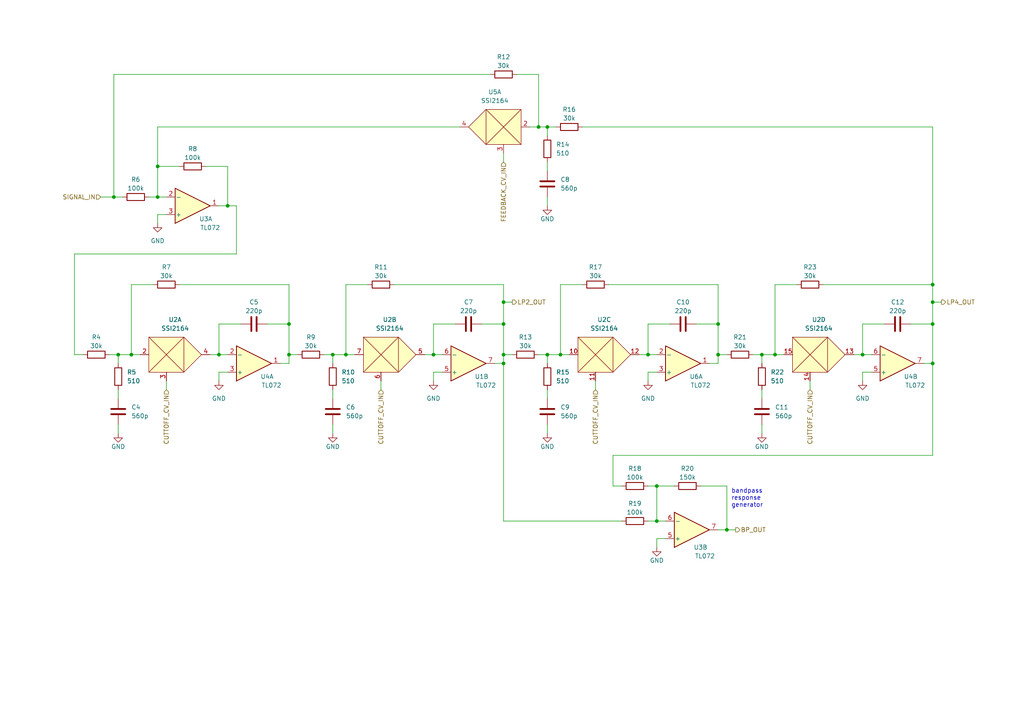
<source format=kicad_sch>
(kicad_sch (version 20211123) (generator eeschema)
  (paper "A4")
  (title_block (title "A.P. Joystick VCF pedal") (date "2022-08-01") (rev "0") (comment 2 "creativecommons.org/licenses/by/4.0") (comment 3 "License: CC by 4.0") (comment 4 "Author: Jordan Aceto"))
  (lib_symbols
    (symbol "Amplifier_Operational:TL072" (pin_names (offset 0.127))
      (property "Reference" "U" (at 0 5.08 0))
      (property "Value" "TL072" (at 0 -5.08 0))
      (symbol "TL072_1_1"
        (polyline (pts (xy -5.08 5.08) (xy 5.08 0) (xy -5.08 -5.08) (xy -5.08 5.08)) (stroke (width 0.254)) (fill (type background)))
        (pin output line (at 7.62 0 180) (length 2.54) (name "~") (number "1"))
        (pin input line (at -7.62 -2.54 0) (length 2.54) (name "-") (number "2"))
        (pin input line (at -7.62 2.54 0) (length 2.54) (name "+") (number "3"))
      )
      (symbol "TL072_2_1"
        (polyline (pts (xy -5.08 5.08) (xy 5.08 0) (xy -5.08 -5.08) (xy -5.08 5.08)) (stroke (width 0.254)) (fill (type background)))
        (pin input line (at -7.62 2.54 0) (length 2.54) (name "+") (number "5"))
        (pin input line (at -7.62 -2.54 0) (length 2.54) (name "-") (number "6"))
        (pin output line (at 7.62 0 180) (length 2.54) (name "~") (number "7"))
      )
      (symbol "TL072_3_1"
        (pin power_in line (at -2.54 -7.62 90) (length 3.81) (name "V-") (number "4"))
        (pin power_in line (at -2.54 7.62 270) (length 3.81) (name "V+") (number "8"))
      )
    )
    (symbol "Device:C" (pin_numbers hide) (pin_names (offset 0.254))
      (property "Reference" "C" (at 0.635 2.54 0))
      (property "Value" "C" (at 0.635 -2.54 0))
      (symbol "C_0_1"
        (polyline (pts (xy -2.032 -0.762) (xy 2.032 -0.762)) (stroke (width 0.508)))
        (polyline (pts (xy -2.032 0.762) (xy 2.032 0.762)) (stroke (width 0.508)))
      )
      (symbol "C_1_1"
        (pin passive line (at 0 3.81 270) (length 2.794) (name "~") (number "1"))
        (pin passive line (at 0 -3.81 90) (length 2.794) (name "~") (number "2"))
      )
    )
    (symbol "Device:R" (pin_numbers hide) (pin_names (offset 0))
      (property "Reference" "R" (at 2.032 0 90))
      (property "Value" "R" (at 0 0 90))
      (symbol "R_0_1"
        (rectangle (start -1.016 -2.54) (end 1.016 2.54) (stroke (width 0.254)))
      )
      (symbol "R_1_1"
        (pin passive line (at 0 3.81 270) (length 1.27) (name "~") (number "1"))
        (pin passive line (at 0 -3.81 90) (length 1.27) (name "~") (number "2"))
      )
    )
    (symbol "custom_symbols:SSI2164" (pin_names (offset 1.016))
      (property "Reference" "U" (at 0 -12.7 0))
      (property "Value" "SSI2164" (at 0 7.62 0))
      (symbol "SSI2164_1_1"
        (rectangle (start -5.08 5.08) (end 5.08 -5.08) (fill (type background)))
        (polyline (pts (xy 5.08 5.08) (xy -5.08 -5.08)))
        (polyline (pts (xy 5.08 5.08) (xy 10.16 0) (xy 5.08 -5.08) (xy -5.08 5.08)) (fill (type background)))
        (pin input line (at -7.62 0 0) (length 2.54) (name "~") (number "2"))
        (pin input line (at 0 -7.62 90) (length 2.54) (name "~") (number "3"))
        (pin output line (at 12.7 0 180) (length 2.54) (name "~") (number "4"))
      )
      (symbol "SSI2164_2_1"
        (rectangle (start -5.08 5.08) (end 5.08 -5.08) (fill (type background)))
        (polyline (pts (xy 5.08 5.08) (xy -5.08 -5.08)))
        (polyline (pts (xy 5.08 5.08) (xy 10.16 0) (xy 5.08 -5.08) (xy -5.08 5.08)) (fill (type background)))
        (pin output line (at 12.7 0 180) (length 2.54) (name "~") (number "5"))
        (pin input line (at 0 -7.62 90) (length 2.54) (name "~") (number "6"))
        (pin input line (at -7.62 0 0) (length 2.54) (name "~") (number "7"))
      )
      (symbol "SSI2164_3_1"
        (rectangle (start -5.08 5.08) (end 5.08 -5.08) (fill (type background)))
        (polyline (pts (xy 5.08 5.08) (xy -5.08 -5.08)))
        (polyline (pts (xy 5.08 5.08) (xy 10.16 0) (xy 5.08 -5.08) (xy -5.08 5.08)) (fill (type background)))
        (pin input line (at -7.62 0 0) (length 2.54) (name "~") (number "10"))
        (pin input line (at 0 -7.62 90) (length 2.54) (name "~") (number "11"))
        (pin output line (at 12.7 0 180) (length 2.54) (name "~") (number "12"))
      )
      (symbol "SSI2164_4_1"
        (rectangle (start -5.08 5.08) (end 5.08 -5.08) (fill (type background)))
        (polyline (pts (xy 5.08 5.08) (xy -5.08 -5.08)))
        (polyline (pts (xy 5.08 5.08) (xy 10.16 0) (xy 5.08 -5.08) (xy -5.08 5.08)) (fill (type background)))
        (pin output line (at 12.7 0 180) (length 2.54) (name "~") (number "13"))
        (pin input line (at 0 -7.62 90) (length 2.54) (name "~") (number "14"))
        (pin input line (at -7.62 0 0) (length 2.54) (name "~") (number "15"))
      )
      (symbol "SSI2164_5_1"
        (pin input line (at 2.54 -10.16 180) (length 2.54) (name "mode") (number "1"))
        (pin power_in line (at 2.54 5.08 180) (length 2.54) (name "V+") (number "16"))
        (pin power_in line (at 2.54 0 180) (length 2.54) (name "gnd") (number "8"))
        (pin power_in line (at 2.54 -5.08 180) (length 2.54) (name "V-") (number "9"))
      )
    )
    (symbol "power:GND" (power) (pin_names (offset 0))
      (property "Value" "GND" (at 0 -3.81 0))
      (symbol "GND_0_1"
        (polyline (pts (xy 0 0) (xy 0 -1.27) (xy 1.27 -1.27) (xy 0 -2.54) (xy -1.27 -1.27) (xy 0 -1.27)))
      )
      (symbol "GND_1_1"
        (pin power_in line (at 0 0 270) (length 0) hide (name "GND") (number "1"))
      )
    )
  )
  (junction (at 66.04 59.69))
  (junction (at 45.72 57.15))
  (junction (at 210.82 153.67))
  (junction (at 146.05 87.63))
  (junction (at 270.51 87.63))
  (junction (at 156.21 36.83))
  (junction (at 34.29 102.87))
  (junction (at 224.79 102.87))
  (junction (at 158.75 102.87))
  (junction (at 100.33 102.87))
  (junction (at 270.51 105.41))
  (junction (at 208.28 93.98))
  (junction (at 83.82 93.98))
  (junction (at 270.51 82.55))
  (junction (at 45.72 48.26))
  (junction (at 146.05 102.87))
  (junction (at 158.75 36.83))
  (junction (at 187.96 102.87))
  (junction (at 190.5 151.13))
  (junction (at 250.19 102.87))
  (junction (at 33.02 57.15))
  (junction (at 146.05 93.98))
  (junction (at 162.56 102.87))
  (junction (at 38.1 102.87))
  (junction (at 96.52 102.87))
  (junction (at 63.5 102.87))
  (junction (at 220.98 102.87))
  (junction (at 146.05 105.41))
  (junction (at 190.5 140.97))
  (junction (at 270.51 93.98))
  (junction (at 83.82 102.87))
  (junction (at 125.73 102.87))
  (junction (at 208.28 102.87))
  (wire (pts (xy 68.58 73.66) (xy 68.58 59.69)))
  (wire (pts (xy 220.98 123.19) (xy 220.98 125.73)))
  (wire (pts (xy 156.21 36.83) (xy 158.75 36.83)))
  (wire (pts (xy 21.59 73.66) (xy 68.58 73.66)))
  (wire (pts (xy 250.19 93.98) (xy 256.54 93.98)))
  (wire (pts (xy 96.52 113.03) (xy 96.52 115.57)))
  (wire (pts (xy 208.28 105.41) (xy 208.28 102.87)))
  (wire (pts (xy 83.82 102.87) (xy 86.36 102.87)))
  (wire (pts (xy 38.1 82.55) (xy 38.1 102.87)))
  (wire (pts (xy 208.28 102.87) (xy 208.28 93.98)))
  (wire (pts (xy 224.79 82.55) (xy 224.79 102.87)))
  (wire (pts (xy 77.47 93.98) (xy 83.82 93.98)))
  (wire (pts (xy 187.96 102.87) (xy 187.96 93.98)))
  (wire (pts (xy 153.67 36.83) (xy 156.21 36.83)))
  (wire (pts (xy 250.19 110.49) (xy 250.19 107.95)))
  (wire (pts (xy 162.56 82.55) (xy 168.91 82.55)))
  (wire (pts (xy 83.82 105.41) (xy 83.82 102.87)))
  (wire (pts (xy 45.72 64.77) (xy 45.72 62.23)))
  (wire (pts (xy 125.73 93.98) (xy 132.08 93.98)))
  (wire (pts (xy 187.96 107.95) (xy 190.5 107.95)))
  (wire (pts (xy 250.19 102.87) (xy 250.19 93.98)))
  (wire (pts (xy 33.02 21.59) (xy 142.24 21.59)))
  (wire (pts (xy 63.5 93.98) (xy 69.85 93.98)))
  (wire (pts (xy 158.75 102.87) (xy 162.56 102.87)))
  (wire (pts (xy 45.72 57.15) (xy 45.72 48.26)))
  (wire (pts (xy 220.98 102.87) (xy 224.79 102.87)))
  (wire (pts (xy 66.04 59.69) (xy 68.58 59.69)))
  (wire (pts (xy 83.82 93.98) (xy 83.82 82.55)))
  (wire (pts (xy 208.28 82.55) (xy 176.53 82.55)))
  (wire (pts (xy 210.82 153.67) (xy 213.36 153.67)))
  (wire (pts (xy 45.72 36.83) (xy 45.72 48.26)))
  (wire (pts (xy 29.21 57.15) (xy 33.02 57.15)))
  (wire (pts (xy 38.1 82.55) (xy 44.45 82.55)))
  (wire (pts (xy 158.75 36.83) (xy 161.29 36.83)))
  (wire (pts (xy 190.5 158.75) (xy 190.5 156.21)))
  (wire (pts (xy 270.51 132.08) (xy 270.51 105.41)))
  (wire (pts (xy 128.27 102.87) (xy 125.73 102.87)))
  (wire (pts (xy 34.29 102.87) (xy 38.1 102.87)))
  (wire (pts (xy 34.29 105.41) (xy 34.29 102.87)))
  (wire (pts (xy 250.19 107.95) (xy 252.73 107.95)))
  (wire (pts (xy 34.29 113.03) (xy 34.29 115.57)))
  (wire (pts (xy 123.19 102.87) (xy 125.73 102.87)))
  (wire (pts (xy 146.05 87.63) (xy 146.05 82.55)))
  (wire (pts (xy 158.75 46.99) (xy 158.75 49.53)))
  (wire (pts (xy 177.8 140.97) (xy 180.34 140.97)))
  (wire (pts (xy 45.72 57.15) (xy 48.26 57.15)))
  (wire (pts (xy 158.75 57.15) (xy 158.75 59.69)))
  (wire (pts (xy 38.1 102.87) (xy 40.64 102.87)))
  (wire (pts (xy 66.04 48.26) (xy 59.69 48.26)))
  (wire (pts (xy 66.04 59.69) (xy 66.04 48.26)))
  (wire (pts (xy 33.02 57.15) (xy 35.56 57.15)))
  (wire (pts (xy 66.04 102.87) (xy 63.5 102.87)))
  (wire (pts (xy 210.82 153.67) (xy 210.82 140.97)))
  (wire (pts (xy 146.05 102.87) (xy 148.59 102.87)))
  (wire (pts (xy 100.33 82.55) (xy 100.33 102.87)))
  (wire (pts (xy 33.02 57.15) (xy 33.02 21.59)))
  (wire (pts (xy 83.82 82.55) (xy 52.07 82.55)))
  (wire (pts (xy 96.52 123.19) (xy 96.52 125.73)))
  (wire (pts (xy 270.51 82.55) (xy 238.76 82.55)))
  (wire (pts (xy 208.28 93.98) (xy 208.28 82.55)))
  (wire (pts (xy 172.72 110.49) (xy 172.72 113.03)))
  (wire (pts (xy 60.96 102.87) (xy 63.5 102.87)))
  (wire (pts (xy 220.98 102.87) (xy 218.44 102.87)))
  (wire (pts (xy 96.52 102.87) (xy 100.33 102.87)))
  (wire (pts (xy 146.05 105.41) (xy 146.05 151.13)))
  (wire (pts (xy 125.73 110.49) (xy 125.73 107.95)))
  (wire (pts (xy 208.28 153.67) (xy 210.82 153.67)))
  (wire (pts (xy 187.96 140.97) (xy 190.5 140.97)))
  (wire (pts (xy 210.82 140.97) (xy 203.2 140.97)))
  (wire (pts (xy 34.29 102.87) (xy 31.75 102.87)))
  (wire (pts (xy 63.5 110.49) (xy 63.5 107.95)))
  (wire (pts (xy 264.16 93.98) (xy 270.51 93.98)))
  (wire (pts (xy 247.65 102.87) (xy 250.19 102.87)))
  (wire (pts (xy 24.13 102.87) (xy 21.59 102.87)))
  (wire (pts (xy 190.5 151.13) (xy 193.04 151.13)))
  (wire (pts (xy 146.05 93.98) (xy 146.05 87.63)))
  (wire (pts (xy 205.74 105.41) (xy 208.28 105.41)))
  (wire (pts (xy 156.21 21.59) (xy 149.86 21.59)))
  (wire (pts (xy 100.33 82.55) (xy 106.68 82.55)))
  (wire (pts (xy 139.7 93.98) (xy 146.05 93.98)))
  (wire (pts (xy 201.93 93.98) (xy 208.28 93.98)))
  (wire (pts (xy 270.51 87.63) (xy 270.51 82.55)))
  (wire (pts (xy 63.5 59.69) (xy 66.04 59.69)))
  (wire (pts (xy 177.8 132.08) (xy 270.51 132.08)))
  (wire (pts (xy 190.5 140.97) (xy 190.5 151.13)))
  (wire (pts (xy 96.52 102.87) (xy 93.98 102.87)))
  (wire (pts (xy 270.51 87.63) (xy 273.05 87.63)))
  (wire (pts (xy 156.21 36.83) (xy 156.21 21.59)))
  (wire (pts (xy 220.98 105.41) (xy 220.98 102.87)))
  (wire (pts (xy 190.5 102.87) (xy 187.96 102.87)))
  (wire (pts (xy 187.96 93.98) (xy 194.31 93.98)))
  (wire (pts (xy 100.33 102.87) (xy 102.87 102.87)))
  (wire (pts (xy 158.75 102.87) (xy 156.21 102.87)))
  (wire (pts (xy 96.52 105.41) (xy 96.52 102.87)))
  (wire (pts (xy 48.26 110.49) (xy 48.26 113.03)))
  (wire (pts (xy 21.59 102.87) (xy 21.59 73.66)))
  (wire (pts (xy 45.72 48.26) (xy 52.07 48.26)))
  (wire (pts (xy 190.5 156.21) (xy 193.04 156.21)))
  (wire (pts (xy 270.51 82.55) (xy 270.51 36.83)))
  (wire (pts (xy 252.73 102.87) (xy 250.19 102.87)))
  (wire (pts (xy 187.96 110.49) (xy 187.96 107.95)))
  (wire (pts (xy 125.73 107.95) (xy 128.27 107.95)))
  (wire (pts (xy 34.29 123.19) (xy 34.29 125.73)))
  (wire (pts (xy 146.05 44.45) (xy 146.05 46.99)))
  (wire (pts (xy 187.96 151.13) (xy 190.5 151.13)))
  (wire (pts (xy 146.05 151.13) (xy 180.34 151.13)))
  (wire (pts (xy 220.98 113.03) (xy 220.98 115.57)))
  (wire (pts (xy 177.8 140.97) (xy 177.8 132.08)))
  (wire (pts (xy 146.05 102.87) (xy 146.05 93.98)))
  (wire (pts (xy 146.05 87.63) (xy 148.59 87.63)))
  (wire (pts (xy 63.5 107.95) (xy 66.04 107.95)))
  (wire (pts (xy 162.56 102.87) (xy 165.1 102.87)))
  (wire (pts (xy 110.49 110.49) (xy 110.49 113.03)))
  (wire (pts (xy 224.79 82.55) (xy 231.14 82.55)))
  (wire (pts (xy 162.56 82.55) (xy 162.56 102.87)))
  (wire (pts (xy 81.28 105.41) (xy 83.82 105.41)))
  (wire (pts (xy 270.51 36.83) (xy 168.91 36.83)))
  (wire (pts (xy 45.72 62.23) (xy 48.26 62.23)))
  (wire (pts (xy 133.35 36.83) (xy 45.72 36.83)))
  (wire (pts (xy 224.79 102.87) (xy 227.33 102.87)))
  (wire (pts (xy 158.75 123.19) (xy 158.75 125.73)))
  (wire (pts (xy 234.95 110.49) (xy 234.95 113.03)))
  (wire (pts (xy 83.82 102.87) (xy 83.82 93.98)))
  (wire (pts (xy 43.18 57.15) (xy 45.72 57.15)))
  (wire (pts (xy 270.51 93.98) (xy 270.51 87.63)))
  (wire (pts (xy 195.58 140.97) (xy 190.5 140.97)))
  (wire (pts (xy 185.42 102.87) (xy 187.96 102.87)))
  (wire (pts (xy 158.75 36.83) (xy 158.75 39.37)))
  (wire (pts (xy 125.73 102.87) (xy 125.73 93.98)))
  (wire (pts (xy 267.97 105.41) (xy 270.51 105.41)))
  (wire (pts (xy 158.75 105.41) (xy 158.75 102.87)))
  (wire (pts (xy 143.51 105.41) (xy 146.05 105.41)))
  (wire (pts (xy 63.5 102.87) (xy 63.5 93.98)))
  (wire (pts (xy 270.51 105.41) (xy 270.51 93.98)))
  (wire (pts (xy 146.05 82.55) (xy 114.3 82.55)))
  (wire (pts (xy 208.28 102.87) (xy 210.82 102.87)))
  (wire (pts (xy 158.75 113.03) (xy 158.75 115.57)))
  (wire (pts (xy 146.05 105.41) (xy 146.05 102.87)))
  (text "bandpass\nresponse\ngenerator" (at 212.09 147.32 0) (effects (font (size 1.27 1.27)) (justify left bottom)))
  (hierarchical_label "CUTTOFF_CV_IN" (shape input) (at 172.72 113.03 270))
  (hierarchical_label "SIGNAL_IN" (shape input) (at 29.21 57.15 180))
  (hierarchical_label "CUTTOFF_CV_IN" (shape input) (at 48.26 113.03 270))
  (hierarchical_label "LP4_OUT" (shape output) (at 273.05 87.63 0))
  (hierarchical_label "CUTTOFF_CV_IN" (shape input) (at 110.49 113.03 270))
  (hierarchical_label "CUTTOFF_CV_IN" (shape input) (at 234.95 113.03 270))
  (hierarchical_label "BP_OUT" (shape output) (at 213.36 153.67 0))
  (hierarchical_label "FEEDBACK_CV_IN" (shape input) (at 146.05 46.99 270))
  (hierarchical_label "LP2_OUT" (shape output) (at 148.59 87.63 0))
  (symbol (lib_id "power:GND") (at 45.72 64.77 0) (unit 1)
    (property "Reference" "#PWR09" (effects hide))
    (property "Value" "GND" (at 45.72 69.85 0))
  )
  (symbol (lib_id "Device:C") (at 96.52 119.38 0) (unit 1)
    (property "Reference" "C6" (at 100.33 118.1099 0) (effects (justify left)))
    (property "Value" "560p" (at 100.33 120.6499 0) (effects (justify left)))
  )
  (symbol (lib_id "Amplifier_Operational:TL072") (at 55.88 59.69 0) (mirror x) (unit 1)
    (property "Reference" "U3" (at 59.69 63.5 0))
    (property "Value" "TL072" (at 60.96 66.04 0))
    (property "Datasheet" "http://www.ti.com/lit/ds/symlink/tl071.pdf" (effects hide))
  )
  (symbol (lib_id "Device:R") (at 172.72 82.55 90) (unit 1)
    (property "Reference" "R17" (at 172.72 77.47 90))
    (property "Value" "30k" (at 172.72 80.01 90))
  )
  (symbol (lib_id "power:GND") (at 63.5 110.49 0) (unit 1)
    (property "Reference" "#PWR010" (effects hide))
    (property "Value" "GND" (at 63.5 115.57 0))
  )
  (symbol (lib_id "Device:C") (at 73.66 93.98 90) (unit 1)
    (property "Reference" "C5" (at 73.66 87.63 90))
    (property "Value" "220p" (at 73.66 90.17 90))
  )
  (symbol (lib_id "Device:R") (at 184.15 151.13 90) (unit 1)
    (property "Reference" "R19" (at 184.15 146.05 90))
    (property "Value" "100k" (at 184.15 148.59 90))
  )
  (symbol (lib_id "Device:R") (at 55.88 48.26 90) (unit 1)
    (property "Reference" "R8" (at 55.88 43.18 90))
    (property "Value" "100k" (at 55.88 45.72 90))
  )
  (symbol (lib_id "custom_symbols:SSI2164") (at 234.95 102.87 0) (unit 4)
    (property "Reference" "U2" (at 237.49 92.71 0))
    (property "Value" "SSI2164" (at 237.49 95.25 0))
    (property "Footprint" "Package_SO:SOIC-16_3.9x9.9mm_P1.27mm" (effects hide))
    (property "Datasheet" "https://www.soundsemiconductor.com/downloads/ssi2164datasheet.pdf" (effects hide))
  )
  (symbol (lib_id "Device:R") (at 39.37 57.15 90) (unit 1)
    (property "Reference" "R6" (at 39.37 52.07 90))
    (property "Value" "100k" (at 39.37 54.61 90))
  )
  (symbol (lib_id "Device:R") (at 34.29 109.22 0) (unit 1)
    (property "Reference" "R5" (at 36.83 107.9499 0) (effects (justify left)))
    (property "Value" "510" (at 36.83 110.4899 0) (effects (justify left)))
  )
  (symbol (lib_id "power:GND") (at 250.19 110.49 0) (unit 1)
    (property "Reference" "#PWR018" (effects hide))
    (property "Value" "GND" (at 250.19 115.57 0))
  )
  (symbol (lib_id "Amplifier_Operational:TL072") (at 135.89 105.41 0) (mirror x) (unit 2)
    (property "Reference" "U1" (at 139.7 109.22 0))
    (property "Value" "TL072" (at 140.97 111.76 0))
    (property "Datasheet" "http://www.ti.com/lit/ds/symlink/tl071.pdf" (effects hide))
  )
  (symbol (lib_id "Device:R") (at 146.05 21.59 90) (unit 1)
    (property "Reference" "R12" (at 146.05 16.51 90))
    (property "Value" "30k" (at 146.05 19.05 90))
  )
  (symbol (lib_id "custom_symbols:SSI2164") (at 48.26 102.87 0) (unit 1)
    (property "Reference" "U2" (at 50.8 92.71 0))
    (property "Value" "SSI2164" (at 50.8 95.25 0))
    (property "Footprint" "Package_SO:SOIC-16_3.9x9.9mm_P1.27mm" (effects hide))
    (property "Datasheet" "https://www.soundsemiconductor.com/downloads/ssi2164datasheet.pdf" (effects hide))
  )
  (symbol (lib_id "Device:R") (at 27.94 102.87 90) (unit 1)
    (property "Reference" "R4" (at 27.94 97.79 90))
    (property "Value" "30k" (at 27.94 100.33 90))
  )
  (symbol (lib_id "Device:R") (at 158.75 109.22 0) (unit 1)
    (property "Reference" "R15" (at 161.29 107.9499 0) (effects (justify left)))
    (property "Value" "510" (at 161.29 110.4899 0) (effects (justify left)))
  )
  (symbol (lib_id "Device:R") (at 152.4 102.87 90) (unit 1)
    (property "Reference" "R13" (at 152.4 97.79 90))
    (property "Value" "30k" (at 152.4 100.33 90))
  )
  (symbol (lib_id "power:GND") (at 96.52 125.73 0) (unit 1)
    (property "Reference" "#PWR011" (effects hide))
    (property "Value" "GND" (at 96.52 129.54 0))
  )
  (symbol (lib_id "custom_symbols:SSI2164") (at 146.05 36.83 0) (mirror y) (unit 1)
    (property "Reference" "U5" (at 143.51 26.67 0))
    (property "Value" "SSI2164" (at 143.51 29.21 0))
    (property "Footprint" "Package_SO:SOIC-16_3.9x9.9mm_P1.27mm" (effects hide))
    (property "Datasheet" "https://www.soundsemiconductor.com/downloads/ssi2164datasheet.pdf" (effects hide))
  )
  (symbol (lib_id "Device:R") (at 234.95 82.55 90) (unit 1)
    (property "Reference" "R23" (at 234.95 77.47 90))
    (property "Value" "30k" (at 234.95 80.01 90))
  )
  (symbol (lib_id "Device:R") (at 199.39 140.97 90) (unit 1)
    (property "Reference" "R20" (at 199.39 135.89 90))
    (property "Value" "150k" (at 199.39 138.43 90))
  )
  (symbol (lib_id "power:GND") (at 34.29 125.73 0) (unit 1)
    (property "Reference" "#PWR08" (effects hide))
    (property "Value" "GND" (at 34.29 129.54 0))
  )
  (symbol (lib_id "Amplifier_Operational:TL072") (at 198.12 105.41 0) (mirror x) (unit 1)
    (property "Reference" "U6" (at 201.93 109.22 0))
    (property "Value" "TL072" (at 203.2 111.76 0))
    (property "Datasheet" "http://www.ti.com/lit/ds/symlink/tl071.pdf" (effects hide))
  )
  (symbol (lib_id "Device:C") (at 135.89 93.98 90) (unit 1)
    (property "Reference" "C7" (at 135.89 87.63 90))
    (property "Value" "220p" (at 135.89 90.17 90))
  )
  (symbol (lib_id "Amplifier_Operational:TL072") (at 200.66 153.67 0) (mirror x) (unit 2)
    (property "Reference" "U3" (at 203.2 158.75 0))
    (property "Value" "TL072" (at 204.47 161.29 0))
    (property "Datasheet" "http://www.ti.com/lit/ds/symlink/tl071.pdf" (effects hide))
  )
  (symbol (lib_id "Device:C") (at 158.75 119.38 0) (unit 1)
    (property "Reference" "C9" (at 162.56 118.1099 0) (effects (justify left)))
    (property "Value" "560p" (at 162.56 120.6499 0) (effects (justify left)))
  )
  (symbol (lib_id "Device:R") (at 90.17 102.87 90) (unit 1)
    (property "Reference" "R9" (at 90.17 97.79 90))
    (property "Value" "30k" (at 90.17 100.33 90))
  )
  (symbol (lib_id "Device:C") (at 220.98 119.38 0) (unit 1)
    (property "Reference" "C11" (at 224.79 118.1099 0) (effects (justify left)))
    (property "Value" "560p" (at 224.79 120.6499 0) (effects (justify left)))
  )
  (symbol (lib_id "custom_symbols:SSI2164") (at 172.72 102.87 0) (unit 3)
    (property "Reference" "U2" (at 175.26 92.71 0))
    (property "Value" "SSI2164" (at 175.26 95.25 0))
    (property "Footprint" "Package_SO:SOIC-16_3.9x9.9mm_P1.27mm" (effects hide))
    (property "Datasheet" "https://www.soundsemiconductor.com/downloads/ssi2164datasheet.pdf" (effects hide))
  )
  (symbol (lib_id "Device:R") (at 110.49 82.55 90) (unit 1)
    (property "Reference" "R11" (at 110.49 77.47 90))
    (property "Value" "30k" (at 110.49 80.01 90))
  )
  (symbol (lib_id "Device:R") (at 214.63 102.87 90) (unit 1)
    (property "Reference" "R21" (at 214.63 97.79 90))
    (property "Value" "30k" (at 214.63 100.33 90))
  )
  (symbol (lib_id "Device:C") (at 198.12 93.98 90) (unit 1)
    (property "Reference" "C10" (at 198.12 87.63 90))
    (property "Value" "220p" (at 198.12 90.17 90))
  )
  (symbol (lib_id "Amplifier_Operational:TL072") (at 260.35 105.41 0) (mirror x) (unit 2)
    (property "Reference" "U4" (at 264.16 109.22 0))
    (property "Value" "TL072" (at 265.43 111.76 0))
    (property "Datasheet" "http://www.ti.com/lit/ds/symlink/tl071.pdf" (effects hide))
  )
  (symbol (lib_id "power:GND") (at 125.73 110.49 0) (unit 1)
    (property "Reference" "#PWR012" (effects hide))
    (property "Value" "GND" (at 125.73 115.57 0))
  )
  (symbol (lib_id "power:GND") (at 190.5 158.75 0) (unit 1)
    (property "Reference" "#PWR016" (effects hide))
    (property "Value" "GND" (at 190.5 162.56 0))
  )
  (symbol (lib_id "Device:C") (at 34.29 119.38 0) (unit 1)
    (property "Reference" "C4" (at 38.1 118.1099 0) (effects (justify left)))
    (property "Value" "560p" (at 38.1 120.6499 0) (effects (justify left)))
  )
  (symbol (lib_id "Device:C") (at 158.75 53.34 0) (unit 1)
    (property "Reference" "C8" (at 162.56 52.0699 0) (effects (justify left)))
    (property "Value" "560p" (at 162.56 54.6099 0) (effects (justify left)))
  )
  (symbol (lib_id "power:GND") (at 187.96 110.49 0) (unit 1)
    (property "Reference" "#PWR015" (effects hide))
    (property "Value" "GND" (at 187.96 115.57 0))
  )
  (symbol (lib_id "Amplifier_Operational:TL072") (at 73.66 105.41 0) (mirror x) (unit 1)
    (property "Reference" "U4" (at 77.47 109.22 0))
    (property "Value" "TL072" (at 78.74 111.76 0))
    (property "Datasheet" "http://www.ti.com/lit/ds/symlink/tl071.pdf" (effects hide))
  )
  (symbol (lib_id "Device:R") (at 96.52 109.22 0) (unit 1)
    (property "Reference" "R10" (at 99.06 107.9499 0) (effects (justify left)))
    (property "Value" "510" (at 99.06 110.4899 0) (effects (justify left)))
  )
  (symbol (lib_id "power:GND") (at 158.75 125.73 0) (unit 1)
    (property "Reference" "#PWR014" (effects hide))
    (property "Value" "GND" (at 158.75 129.54 0))
  )
  (symbol (lib_id "Device:R") (at 220.98 109.22 0) (unit 1)
    (property "Reference" "R22" (at 223.52 107.9499 0) (effects (justify left)))
    (property "Value" "510" (at 223.52 110.4899 0) (effects (justify left)))
  )
  (symbol (lib_id "Device:R") (at 48.26 82.55 90) (unit 1)
    (property "Reference" "R7" (at 48.26 77.47 90))
    (property "Value" "30k" (at 48.26 80.01 90))
  )
  (symbol (lib_id "Device:R") (at 158.75 43.18 0) (unit 1)
    (property "Reference" "R14" (at 161.29 41.9099 0) (effects (justify left)))
    (property "Value" "510" (at 161.29 44.4499 0) (effects (justify left)))
  )
  (symbol (lib_id "power:GND") (at 220.98 125.73 0) (unit 1)
    (property "Reference" "#PWR017" (effects hide))
    (property "Value" "GND" (at 220.98 129.54 0))
  )
  (symbol (lib_id "Device:C") (at 260.35 93.98 90) (unit 1)
    (property "Reference" "C12" (at 260.35 87.63 90))
    (property "Value" "220p" (at 260.35 90.17 90))
  )
  (symbol (lib_id "Device:R") (at 184.15 140.97 90) (unit 1)
    (property "Reference" "R18" (at 184.15 135.89 90))
    (property "Value" "100k" (at 184.15 138.43 90))
  )
  (symbol (lib_id "Device:R") (at 165.1 36.83 90) (unit 1)
    (property "Reference" "R16" (at 165.1 31.75 90))
    (property "Value" "30k" (at 165.1 34.29 90))
  )
  (symbol (lib_id "power:GND") (at 158.75 59.69 0) (unit 1)
    (property "Reference" "#PWR013" (effects hide))
    (property "Value" "GND" (at 158.75 63.5 0))
  )
  (symbol (lib_id "custom_symbols:SSI2164") (at 110.49 102.87 0) (unit 2)
    (property "Reference" "U2" (at 113.03 92.71 0))
    (property "Value" "SSI2164" (at 113.03 95.25 0))
    (property "Footprint" "Package_SO:SOIC-16_3.9x9.9mm_P1.27mm" (effects hide))
    (property "Datasheet" "https://www.soundsemiconductor.com/downloads/ssi2164datasheet.pdf" (effects hide))
  )
)
</source>
